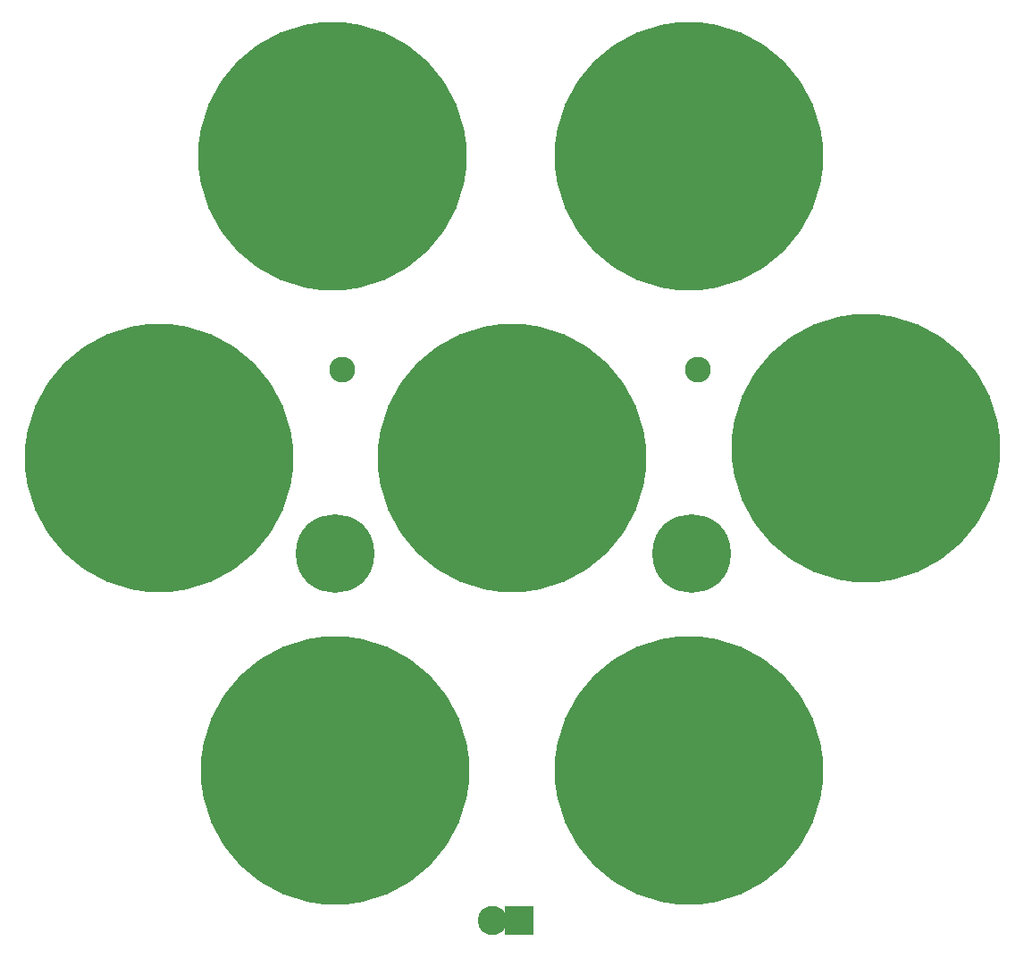
<source format=gts>
G04 MADE WITH FRITZING*
G04 WWW.FRITZING.ORG*
G04 DOUBLE SIDED*
G04 HOLES PLATED*
G04 CONTOUR ON CENTER OF CONTOUR VECTOR*
%ASAXBY*%
%FSLAX23Y23*%
%MOIN*%
%OFA0B0*%
%SFA1.0B1.0*%
%ADD10C,0.109055*%
%ADD11C,0.293464*%
%ADD12C,1.002127*%
%ADD13C,0.096614*%
%ADD14R,0.109055X0.109055*%
%LNMASK1*%
G90*
G70*
G54D10*
X2036Y201D03*
X1936Y201D03*
G54D11*
X2680Y1572D03*
X1351Y1572D03*
G54D12*
X2670Y3053D03*
G54D13*
X1375Y2257D03*
X2703Y2257D03*
G54D12*
X2010Y1927D03*
X692Y1927D03*
X3329Y1966D03*
X1341Y3053D03*
X1351Y761D03*
X2670Y761D03*
G54D14*
X2036Y201D03*
G04 End of Mask1*
M02*
</source>
